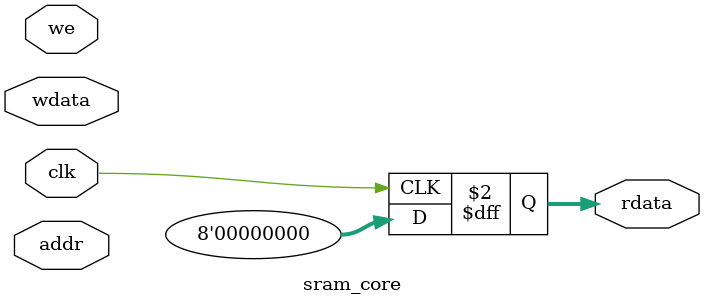
<source format=sv>
module sram_core (
  input  logic       clk,    // clock: all state updates happen on the rising edge
  input  logic       we,     // write-enable: 1 = write wdata to mem[addr] this cycle
  input  logic [3:0] addr,   // address: selects which of the 16 bytes to access (0..15)
  input  logic [7:0] wdata,  // write data: stored in mem[addr] when we = 1
  output logic [7:0] rdata   // read data: contains mem[addr] from the previous cycle
);
  // Memory array: 16 entries, each 8 bits wide.
  // Syntax: logic [WIDTH-1:0] name [0:DEPTH-1]
  logic [7:0] mem [0:15];

  // @(posedge clk): this block evaluates only on the rising edge of clk —
  // the moment clk transitions from 0 to 1. Between edges all registers hold
  // their values. This is what makes the logic "sequential" (clock-driven)
  // rather than "combinational" (always reacting to input changes).
  always_ff @(posedge clk) begin
    // TODO: if we is high, write wdata into mem[addr]
    rdata <= '0; // TODO: replace with mem[addr] (this creates 1-cycle read latency)
  end
endmodule

</source>
